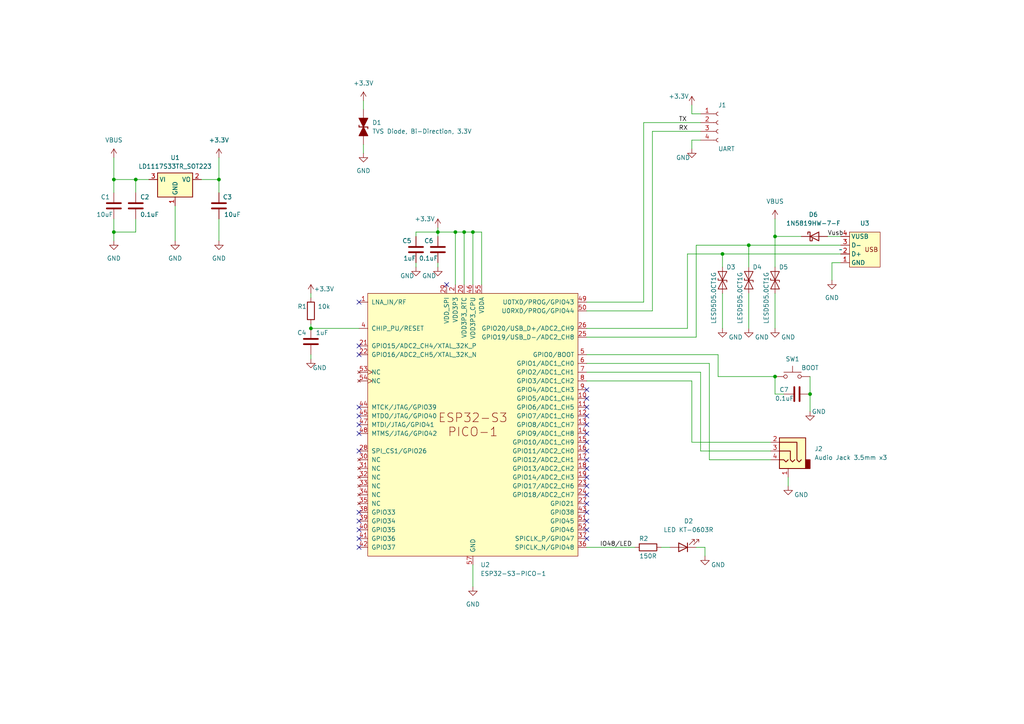
<source format=kicad_sch>
(kicad_sch (version 20230121) (generator eeschema)
  (paper "A4")
  (title_block (title "Moozy Dongle") (date "2023-10-10") (rev "1.0") (company "Author : Laurent Claude - www.Moozy.click") (comment 1 "License : Open Source Hardware - CC BY-SA 4.0"))
  (lib_symbols
    (symbol "1_Laurent_Librairie:PCB_USC-connector"
      (property "Reference" "U3" (at 6.985 -7.62 0))
      (property "Value" "~" (at 0 0 0))
      (symbol "PCB_USC-connector_1_1"
        (rectangle (start 2.54 5.08) (end 11.43 -5.08) (fill (type background)))
        (rectangle (start 8.89 0) (end 8.89 0))
        (text "USB" (at 8.89 0 0) (effects (font (size 1.27 1.27))))
        (pin power_out line (at 0 3.81 0) (length 2.54) (name "GND") (number "1"))
        (pin bidirectional line (at 0 1.27 0) (length 2.54) (name "D+") (number "2"))
        (pin bidirectional line (at 0 -1.27 0) (length 2.54) (name "D-") (number "3"))
        (pin power_out line (at 0 -3.81 0) (length 2.54) (name "VUSB") (number "4"))
      )
    )
    (symbol "1_Moozy:AudioJack3_Ground"
      (property "Reference" "J" (at 0 8.89 0))
      (property "Value" "AudioJack3_Ground" (at 0 6.35 0))
      (symbol "AudioJack3_Ground_0_1"
        (rectangle (start -5.08 -2.54) (end -6.35 -5.08) (stroke (width 0.254)) (fill (type outline)))
        (polyline (pts (xy 0 -2.54) (xy 0.635 -3.175) (xy 1.27 -2.54) (xy 2.54 -2.54)) (stroke (width 0.254)))
        (polyline (pts (xy -1.905 -2.54) (xy -1.27 -3.175) (xy -0.635 -2.54) (xy -0.635 0) (xy 2.54 0)) (stroke (width 0.254)))
        (polyline (pts (xy 2.54 2.54) (xy -2.54 2.54) (xy -2.54 -2.54) (xy -3.175 -3.175) (xy -3.81 -2.54)) (stroke (width 0.254)))
        (rectangle (start 2.54 3.81) (end -5.08 -5.08) (stroke (width 0.254)) (fill (type background)))
      )
      (symbol "AudioJack3_Ground_1_1"
        (pin passive line (at 0 -7.62 90) (length 2.54) (name "~") (number "1"))
        (pin passive line (at 5.08 2.54 180) (length 2.54) (name "~") (number "2"))
        (pin passive line (at 5.08 0 180) (length 2.54) (name "~") (number "3"))
        (pin passive line (at 5.08 -2.54 180) (length 2.54) (name "~") (number "4"))
      )
    )
    (symbol "Connector:Conn_01x04_Socket" (pin_names (offset 1.016) hide)
      (property "Reference" "J" (at 0 5.08 0))
      (property "Value" "Conn_01x04_Socket" (at 0 -7.62 0))
      (symbol "Conn_01x04_Socket_1_1"
        (arc (start 0 -4.572) (mid -0.5058 -5.08) (end 0 -5.588) (stroke (width 0.1524)))
        (arc (start 0 -2.032) (mid -0.5058 -2.54) (end 0 -3.048) (stroke (width 0.1524)))
        (polyline (pts (xy -1.27 -5.08) (xy -0.508 -5.08)) (stroke (width 0.1524)))
        (polyline (pts (xy -1.27 -2.54) (xy -0.508 -2.54)) (stroke (width 0.1524)))
        (polyline (pts (xy -1.27 0) (xy -0.508 0)) (stroke (width 0.1524)))
        (polyline (pts (xy -1.27 2.54) (xy -0.508 2.54)) (stroke (width 0.1524)))
        (arc (start 0 0.508) (mid -0.5058 0) (end 0 -0.508) (stroke (width 0.1524)))
        (arc (start 0 3.048) (mid -0.5058 2.54) (end 0 2.032) (stroke (width 0.1524)))
        (pin passive line (at -5.08 2.54 0) (length 3.81) (name "Pin_1") (number "1"))
        (pin passive line (at -5.08 0 0) (length 3.81) (name "Pin_2") (number "2"))
        (pin passive line (at -5.08 -2.54 0) (length 3.81) (name "Pin_3") (number "3"))
        (pin passive line (at -5.08 -5.08 0) (length 3.81) (name "Pin_4") (number "4"))
      )
    )
    (symbol "Device:C" (pin_numbers hide) (pin_names (offset 0.254))
      (property "Reference" "C" (at 0.635 2.54 0))
      (property "Value" "C" (at 0.635 -2.54 0))
      (symbol "C_0_1"
        (polyline (pts (xy -2.032 -0.762) (xy 2.032 -0.762)) (stroke (width 0.508)))
        (polyline (pts (xy -2.032 0.762) (xy 2.032 0.762)) (stroke (width 0.508)))
      )
      (symbol "C_1_1"
        (pin passive line (at 0 3.81 270) (length 2.794) (name "~") (number "1"))
        (pin passive line (at 0 -3.81 90) (length 2.794) (name "~") (number "2"))
      )
    )
    (symbol "Device:LED" (pin_numbers hide) (pin_names (offset 1.016) hide)
      (property "Reference" "D" (at 0 2.54 0))
      (property "Value" "LED" (at 0 -2.54 0))
      (symbol "LED_0_1"
        (polyline (pts (xy -1.27 -1.27) (xy -1.27 1.27)) (stroke (width 0.254)))
        (polyline (pts (xy -1.27 0) (xy 1.27 0)))
        (polyline (pts (xy 1.27 -1.27) (xy 1.27 1.27) (xy -1.27 0) (xy 1.27 -1.27)) (stroke (width 0.254)))
        (polyline (pts (xy -3.048 -0.762) (xy -4.572 -2.286) (xy -3.81 -2.286) (xy -4.572 -2.286) (xy -4.572 -1.524)))
        (polyline (pts (xy -1.778 -0.762) (xy -3.302 -2.286) (xy -2.54 -2.286) (xy -3.302 -2.286) (xy -3.302 -1.524)))
      )
      (symbol "LED_1_1"
        (pin passive line (at -3.81 0 0) (length 2.54) (name "K") (number "1"))
        (pin passive line (at 3.81 0 180) (length 2.54) (name "A") (number "2"))
      )
    )
    (symbol "Device:R" (pin_numbers hide) (pin_names (offset 0))
      (property "Reference" "R" (at 2.032 0 90))
      (property "Value" "R" (at 0 0 90))
      (symbol "R_0_1"
        (rectangle (start -1.016 -2.54) (end 1.016 2.54) (stroke (width 0.254)))
      )
      (symbol "R_1_1"
        (pin passive line (at 0 3.81 270) (length 1.27) (name "~") (number "1"))
        (pin passive line (at 0 -3.81 90) (length 1.27) (name "~") (number "2"))
      )
    )
    (symbol "Diode:1N5819" (pin_numbers hide) (pin_names (offset 1.016) hide)
      (property "Reference" "D" (at 0 2.54 0))
      (property "Value" "1N5819" (at 0 -2.54 0))
      (symbol "1N5819_0_1"
        (polyline (pts (xy 1.27 0) (xy -1.27 0)))
        (polyline (pts (xy 1.27 1.27) (xy 1.27 -1.27) (xy -1.27 0) (xy 1.27 1.27)) (stroke (width 0.254)))
        (polyline (pts (xy -1.905 0.635) (xy -1.905 1.27) (xy -1.27 1.27) (xy -1.27 -1.27) (xy -0.635 -1.27) (xy -0.635 -0.635)) (stroke (width 0.254)))
      )
      (symbol "1N5819_1_1"
        (pin passive line (at -3.81 0 0) (length 2.54) (name "K") (number "1"))
        (pin passive line (at 3.81 0 180) (length 2.54) (name "A") (number "2"))
      )
    )
    (symbol "Diode:ESD9B5.0ST5G" (pin_numbers hide) (pin_names (offset 1.016) hide)
      (property "Reference" "D" (at 0 2.54 0))
      (property "Value" "ESD9B5.0ST5G" (at 0 -2.54 0))
      (symbol "ESD9B5.0ST5G_0_1"
        (polyline (pts (xy 1.27 0) (xy -1.27 0)))
        (polyline (pts (xy -2.54 -1.27) (xy 0 0) (xy -2.54 1.27) (xy -2.54 -1.27)) (stroke (width 0.2032)))
        (polyline (pts (xy 0.508 1.27) (xy 0 1.27) (xy 0 -1.27) (xy -0.508 -1.27)) (stroke (width 0.2032)))
        (polyline (pts (xy 2.54 1.27) (xy 2.54 -1.27) (xy 0 0) (xy 2.54 1.27)) (stroke (width 0.2032)))
      )
      (symbol "ESD9B5.0ST5G_1_1"
        (pin passive line (at -3.81 0 0) (length 2.54) (name "A1") (number "1"))
        (pin passive line (at 3.81 0 180) (length 2.54) (name "A2") (number "2"))
      )
    )
    (symbol "PCM_Diode_TVS_AKL:D_TVS_Bidirectional_Generic" (pin_numbers hide) (pin_names (offset 1.016) hide)
      (property "Reference" "D" (at 0 5.08 0))
      (property "Value" "D_TVS_Bidirectional_Generic" (at 0 2.54 0))
      (symbol "D_TVS_Bidirectional_Generic_0_1"
        (polyline (pts (xy 0 -1.27) (xy -0.508 -1.27)) (stroke (width 0.254)))
        (polyline (pts (xy 0 1.27) (xy 0 -1.27)) (stroke (width 0.254)))
        (polyline (pts (xy 0 1.27) (xy 0.508 1.27)) (stroke (width 0.254)))
        (polyline (pts (xy 1.27 0) (xy -1.27 0)))
        (polyline (pts (xy 0 0) (xy -2.54 1.27) (xy -2.54 -1.27) (xy 0 0)) (stroke (width 0.254)) (fill (type outline)))
        (polyline (pts (xy 2.54 1.27) (xy 2.54 -1.27) (xy 0 0) (xy 2.54 1.27)) (stroke (width 0.254)) (fill (type outline)))
      )
      (symbol "D_TVS_Bidirectional_Generic_1_1"
        (pin passive line (at -5.08 0 0) (length 2.54) (name "K") (number "1"))
        (pin passive line (at 5.08 0 180) (length 2.54) (name "A") (number "2"))
      )
    )
    (symbol "PCM_Espressif:ESP32-S3-PICO-1" (pin_names (offset 1.016))
      (property "Reference" "U" (at -30.48 43.18 0))
      (property "Value" "ESP32-S3-PICO-1" (at -30.48 40.64 0))
      (symbol "ESP32-S3-PICO-1_0_0"
        (pin bidirectional line (at 33.02 -35.56 180) (length 2.54) (name "SPICLK_N/GPIO48") (number "36"))
        (pin bidirectional line (at 33.02 -33.02 180) (length 2.54) (name "SPICLK_P/GPIO47") (number "37"))
      )
      (symbol "ESP32-S3-PICO-1_0_1"
        (rectangle (start -30.48 38.1) (end 30.48 -38.1) (fill (type background)))
      )
      (symbol "ESP32-S3-PICO-1_1_0"
        (text "ESP32-S3\nPICO-1" (at 0 0 0) (effects (font (size 2.54 2.54))))
      )
      (symbol "ESP32-S3-PICO-1_1_1"
        (pin bidirectional line (at -33.02 35.56 0) (length 2.54) (name "LNA_IN/RF") (number "1"))
        (pin bidirectional line (at 33.02 7.62 180) (length 2.54) (name "GPIO5/ADC1_CH4") (number "10"))
        (pin bidirectional line (at 33.02 5.08 180) (length 2.54) (name "GPIO6/ADC1_CH5") (number "11"))
        (pin bidirectional line (at 33.02 2.54 180) (length 2.54) (name "GPIO7/ADC1_CH6") (number "12"))
        (pin bidirectional line (at 33.02 0 180) (length 2.54) (name "GPIO8/ADC1_CH7") (number "13"))
        (pin bidirectional line (at 33.02 -2.54 180) (length 2.54) (name "GPIO9/ADC1_CH8") (number "14"))
        (pin bidirectional line (at 33.02 -5.08 180) (length 2.54) (name "GPIO10/ADC1_CH9") (number "15"))
        (pin bidirectional line (at 33.02 -7.62 180) (length 2.54) (name "GPIO11/ADC2_CH0") (number "16"))
        (pin bidirectional line (at 33.02 -10.16 180) (length 2.54) (name "GPIO12/ADC2_CH1") (number "17"))
        (pin bidirectional line (at 33.02 -12.7 180) (length 2.54) (name "GPIO13/ADC2_CH2") (number "18"))
        (pin bidirectional line (at 33.02 -15.24 180) (length 2.54) (name "GPIO14/ADC2_CH3") (number "19"))
        (pin power_in line (at -5.08 40.64 270) (length 2.54) (name "VDD3P3") (number "2"))
        (pin power_in line (at -2.54 40.64 270) (length 2.54) (name "VDD3P3_RTC") (number "20"))
        (pin bidirectional line (at -33.02 22.86 0) (length 2.54) (name "GPIO15/ADC2_CH4/XTAL_32K_P") (number "21"))
        (pin bidirectional line (at -33.02 20.32 0) (length 2.54) (name "GPIO16/ADC2_CH5/XTAL_32K_N") (number "22"))
        (pin bidirectional line (at 33.02 -17.78 180) (length 2.54) (name "GPIO17/ADC2_CH6") (number "23"))
        (pin bidirectional line (at 33.02 -20.32 180) (length 2.54) (name "GPIO18/ADC2_CH7") (number "24"))
        (pin bidirectional line (at 33.02 25.4 180) (length 2.54) (name "GPIO19/USB_D-/ADC2_CH8") (number "25"))
        (pin bidirectional line (at 33.02 27.94 180) (length 2.54) (name "GPIO20/USB_D+/ADC2_CH9") (number "26"))
        (pin bidirectional line (at 33.02 -22.86 180) (length 2.54) (name "GPIO21") (number "27"))
        (pin bidirectional line (at -33.02 -7.62 0) (length 2.54) (name "SPI_CS1/GPIO26") (number "28"))
        (pin power_out line (at -7.62 40.64 270) (length 2.54) (name "VDD_SPI") (number "29"))
        (pin power_in line (at -5.08 40.64 270) (length 2.54) hide (name "VDD3P3") (number "3"))
        (pin no_connect line (at -33.02 -10.16 0) (length 2.54) (name "NC") (number "30"))
        (pin no_connect line (at -33.02 -12.7 0) (length 2.54) (name "NC") (number "31"))
        (pin no_connect line (at -33.02 -15.24 0) (length 2.54) (name "NC") (number "32"))
        (pin no_connect line (at -33.02 -17.78 0) (length 2.54) (name "NC") (number "33"))
        (pin no_connect line (at -33.02 -20.32 0) (length 2.54) (name "NC") (number "34"))
        (pin no_connect line (at -33.02 -22.86 0) (length 2.54) (name "NC") (number "35"))
        (pin bidirectional line (at -33.02 -25.4 0) (length 2.54) (name "GPIO33") (number "38"))
        (pin bidirectional line (at -33.02 -27.94 0) (length 2.54) (name "GPIO34") (number "39"))
        (pin input line (at -33.02 27.94 0) (length 2.54) (name "CHIP_PU/RESET") (number "4"))
        (pin bidirectional line (at -33.02 -30.48 0) (length 2.54) (name "GPIO35") (number "40"))
        (pin bidirectional line (at -33.02 -33.02 0) (length 2.54) (name "GPIO36") (number "41"))
        (pin bidirectional line (at -33.02 -35.56 0) (length 2.54) (name "GPIO37") (number "42"))
        (pin bidirectional line (at 33.02 -25.4 180) (length 2.54) (name "GPIO38") (number "43"))
        (pin bidirectional line (at -33.02 5.08 0) (length 2.54) (name "MTCK/JTAG/GPIO39") (number "44"))
        (pin bidirectional line (at -33.02 2.54 0) (length 2.54) (name "MTDO/JTAG/GPIO40") (number "45"))
        (pin power_in line (at 0 40.64 270) (length 2.54) (name "VDD3P3_CPU") (number "46"))
        (pin bidirectional line (at -33.02 0 0) (length 2.54) (name "MTDI/JTAG/GPIO41") (number "47"))
        (pin bidirectional line (at -33.02 -2.54 0) (length 2.54) (name "MTMS/JTAG/GPIO42") (number "48"))
        (pin bidirectional line (at 33.02 35.56 180) (length 2.54) (name "U0TXD/PROG/GPIO43") (number "49"))
        (pin bidirectional line (at 33.02 20.32 180) (length 2.54) (name "GPIO0/BOOT") (number "5"))
        (pin bidirectional line (at 33.02 33.02 180) (length 2.54) (name "U0RXD/PROG/GPIO44") (number "50"))
        (pin bidirectional line (at 33.02 -27.94 180) (length 2.54) (name "GPIO45") (number "51"))
        (pin bidirectional line (at 33.02 -30.48 180) (length 2.54) (name "GPIO46") (number "52"))
        (pin no_connect clock (at -33.02 15.24 0) (length 2.54) (name "NC") (number "53"))
        (pin no_connect clock (at -33.02 12.7 0) (length 2.54) (name "NC") (number "54"))
        (pin power_in line (at 2.54 40.64 270) (length 2.54) (name "VDDA") (number "55"))
        (pin passive line (at 2.54 40.64 270) (length 2.54) hide (name "VDDA") (number "56"))
        (pin power_in line (at 0 -40.64 90) (length 2.54) (name "GND") (number "57"))
        (pin bidirectional line (at 33.02 17.78 180) (length 2.54) (name "GPIO1/ADC1_CH0") (number "6"))
        (pin bidirectional line (at 33.02 15.24 180) (length 2.54) (name "GPIO2/ADC1_CH1") (number "7"))
        (pin bidirectional line (at 33.02 12.7 180) (length 2.54) (name "GPIO3/ADC1_CH2") (number "8"))
        (pin bidirectional line (at 33.02 10.16 180) (length 2.54) (name "GPIO4/ADC1_CH3") (number "9"))
      )
    )
    (symbol "Regulator_Linear:LD1117S33TR_SOT223"
      (property "Reference" "U" (at -3.81 3.175 0))
      (property "Value" "LD1117S33TR_SOT223" (at 0 3.175 0))
      (symbol "LD1117S33TR_SOT223_0_1"
        (rectangle (start -5.08 -5.08) (end 5.08 1.905) (stroke (width 0.254)) (fill (type background)))
      )
      (symbol "LD1117S33TR_SOT223_1_1"
        (pin power_in line (at 0 -7.62 90) (length 2.54) (name "GND") (number "1"))
        (pin power_out line (at 7.62 0 180) (length 2.54) (name "VO") (number "2"))
        (pin power_in line (at -7.62 0 0) (length 2.54) (name "VI") (number "3"))
      )
    )
    (symbol "Switch:SW_Push" (pin_numbers hide) (pin_names (offset 1.016) hide)
      (property "Reference" "SW" (at 1.27 2.54 0))
      (property "Value" "SW_Push" (at 0 -1.524 0))
      (symbol "SW_Push_0_1"
        (circle (center -2.032 0) (radius 0.508))
        (polyline (pts (xy 0 1.27) (xy 0 3.048)))
        (polyline (pts (xy 2.54 1.27) (xy -2.54 1.27)))
        (circle (center 2.032 0) (radius 0.508))
        (pin passive line (at -5.08 0 0) (length 2.54) (name "1") (number "1"))
        (pin passive line (at 5.08 0 180) (length 2.54) (name "2") (number "2"))
      )
    )
    (symbol "power:+3.3V" (power) (pin_names (offset 0))
      (property "Value" "+3.3V" (at 0 3.556 0))
      (symbol "+3.3V_0_1"
        (polyline (pts (xy -0.762 1.27) (xy 0 2.54)))
        (polyline (pts (xy 0 0) (xy 0 2.54)))
        (polyline (pts (xy 0 2.54) (xy 0.762 1.27)))
      )
      (symbol "+3.3V_1_1"
        (pin power_in line (at 0 0 90) (length 0) hide (name "+3.3V") (number "1"))
      )
    )
    (symbol "power:GND" (power) (pin_names (offset 0))
      (property "Value" "GND" (at 0 -3.81 0))
      (symbol "GND_0_1"
        (polyline (pts (xy 0 0) (xy 0 -1.27) (xy 1.27 -1.27) (xy 0 -2.54) (xy -1.27 -1.27) (xy 0 -1.27)))
      )
      (symbol "GND_1_1"
        (pin power_in line (at 0 0 270) (length 0) hide (name "GND") (number "1"))
      )
    )
    (symbol "power:VBUS" (power) (pin_names (offset 0))
      (property "Value" "VBUS" (at 0 3.81 0))
      (symbol "VBUS_0_1"
        (polyline (pts (xy -0.762 1.27) (xy 0 2.54)))
        (polyline (pts (xy 0 0) (xy 0 2.54)))
        (polyline (pts (xy 0 2.54) (xy 0.762 1.27)))
      )
      (symbol "VBUS_1_1"
        (pin power_in line (at 0 0 90) (length 0) hide (name "VBUS") (number "1"))
      )
    )
  )
  (junction (at 132.08 67.31))
  (junction (at 224.79 109.22))
  (junction (at 33.02 52.07))
  (junction (at 90.17 95.25))
  (junction (at 63.5 52.07))
  (junction (at 234.95 114.3))
  (junction (at 209.55 73.66))
  (junction (at 217.17 71.12))
  (junction (at 134.62 67.31))
  (junction (at 39.37 52.07))
  (junction (at 137.16 67.31))
  (junction (at 224.79 68.58))
  (junction (at 127 67.31))
  (junction (at 33.02 67.31))
  (no_connect (at 170.18 128.27))
  (no_connect (at 104.14 151.13))
  (no_connect (at 129.54 82.55))
  (no_connect (at 104.14 156.21))
  (no_connect (at 170.18 125.73))
  (no_connect (at 170.18 153.67))
  (no_connect (at 104.14 123.19))
  (no_connect (at 170.18 143.51))
  (no_connect (at 170.18 120.65))
  (no_connect (at 104.14 130.81))
  (no_connect (at 170.18 140.97))
  (no_connect (at 104.14 102.87))
  (no_connect (at 170.18 133.35))
  (no_connect (at 170.18 135.89))
  (no_connect (at 104.14 120.65))
  (no_connect (at 170.18 138.43))
  (no_connect (at 104.14 153.67))
  (no_connect (at 170.18 113.03))
  (no_connect (at 170.18 130.81))
  (no_connect (at 170.18 151.13))
  (no_connect (at 170.18 146.05))
  (no_connect (at 170.18 148.59))
  (no_connect (at 170.18 123.19))
  (no_connect (at 170.18 118.11))
  (no_connect (at 104.14 158.75))
  (no_connect (at 104.14 148.59))
  (no_connect (at 170.18 156.21))
  (no_connect (at 104.14 125.73))
  (no_connect (at 170.18 115.57))
  (no_connect (at 104.14 87.63))
  (no_connect (at 104.14 118.11))
  (no_connect (at 104.14 100.33))
  (wire (pts (xy 205.74 105.41) (xy 170.18 105.41)))
  (wire (pts (xy 234.95 114.3) (xy 234.95 119.38)))
  (wire (pts (xy 90.17 93.98) (xy 90.17 95.25)))
  (wire (pts (xy 127 67.31) (xy 127 66.04)))
  (wire (pts (xy 200.66 128.27) (xy 223.52 128.27)))
  (wire (pts (xy 127 67.31) (xy 127 68.58)))
  (wire (pts (xy 203.2 107.95) (xy 203.2 130.81)))
  (wire (pts (xy 134.62 67.31) (xy 134.62 82.55)))
  (wire (pts (xy 228.6 138.43) (xy 228.6 140.97)))
  (wire (pts (xy 189.23 38.1) (xy 203.2 38.1)))
  (wire (pts (xy 33.02 45.72) (xy 33.02 52.07)))
  (wire (pts (xy 199.39 73.66) (xy 199.39 95.25)))
  (wire (pts (xy 217.17 85.09) (xy 217.17 95.25)))
  (wire (pts (xy 224.79 68.58) (xy 232.41 68.58)))
  (wire (pts (xy 240.03 68.58) (xy 243.84 68.58)))
  (wire (pts (xy 170.18 158.75) (xy 184.15 158.75)))
  (wire (pts (xy 170.18 90.17) (xy 189.23 90.17)))
  (wire (pts (xy 189.23 90.17) (xy 189.23 38.1)))
  (wire (pts (xy 33.02 52.07) (xy 33.02 55.88)))
  (wire (pts (xy 120.65 67.31) (xy 120.65 68.58)))
  (wire (pts (xy 243.84 76.2) (xy 241.3 76.2)))
  (wire (pts (xy 50.8 59.69) (xy 50.8 69.85)))
  (wire (pts (xy 186.69 35.56) (xy 203.2 35.56)))
  (wire (pts (xy 200.66 33.02) (xy 203.2 33.02)))
  (wire (pts (xy 241.3 76.2) (xy 241.3 81.28)))
  (wire (pts (xy 132.08 67.31) (xy 132.08 82.55)))
  (wire (pts (xy 58.42 52.07) (xy 63.5 52.07)))
  (wire (pts (xy 208.28 102.87) (xy 208.28 109.22)))
  (wire (pts (xy 39.37 52.07) (xy 43.18 52.07)))
  (wire (pts (xy 137.16 67.31) (xy 139.7 67.31)))
  (wire (pts (xy 217.17 71.12) (xy 243.84 71.12)))
  (wire (pts (xy 217.17 71.12) (xy 217.17 77.47)))
  (wire (pts (xy 204.47 161.29) (xy 204.47 158.75)))
  (wire (pts (xy 90.17 95.25) (xy 104.14 95.25)))
  (wire (pts (xy 39.37 55.88) (xy 39.37 52.07)))
  (wire (pts (xy 63.5 45.72) (xy 63.5 52.07)))
  (wire (pts (xy 224.79 68.58) (xy 224.79 77.47)))
  (wire (pts (xy 227.33 114.3) (xy 224.79 114.3)))
  (wire (pts (xy 209.55 73.66) (xy 209.55 77.47)))
  (wire (pts (xy 137.16 163.83) (xy 137.16 170.18)))
  (wire (pts (xy 170.18 97.79) (xy 201.93 97.79)))
  (wire (pts (xy 186.69 87.63) (xy 186.69 35.56)))
  (wire (pts (xy 209.55 73.66) (xy 243.84 73.66)))
  (wire (pts (xy 33.02 67.31) (xy 33.02 69.85)))
  (wire (pts (xy 170.18 87.63) (xy 186.69 87.63)))
  (wire (pts (xy 63.5 63.5) (xy 63.5 69.85)))
  (wire (pts (xy 200.66 40.64) (xy 200.66 43.18)))
  (wire (pts (xy 120.65 67.31) (xy 127 67.31)))
  (wire (pts (xy 105.41 41.91) (xy 105.41 44.45)))
  (wire (pts (xy 224.79 85.09) (xy 224.79 95.25)))
  (wire (pts (xy 134.62 67.31) (xy 137.16 67.31)))
  (wire (pts (xy 39.37 63.5) (xy 39.37 67.31)))
  (wire (pts (xy 201.93 71.12) (xy 201.93 97.79)))
  (wire (pts (xy 209.55 85.09) (xy 209.55 95.25)))
  (wire (pts (xy 90.17 85.09) (xy 90.17 86.36)))
  (wire (pts (xy 201.93 71.12) (xy 217.17 71.12)))
  (wire (pts (xy 170.18 110.49) (xy 200.66 110.49)))
  (wire (pts (xy 137.16 67.31) (xy 137.16 82.55)))
  (wire (pts (xy 234.95 109.22) (xy 234.95 114.3)))
  (wire (pts (xy 224.79 63.5) (xy 224.79 68.58)))
  (wire (pts (xy 139.7 67.31) (xy 139.7 82.55)))
  (wire (pts (xy 205.74 133.35) (xy 223.52 133.35)))
  (wire (pts (xy 120.65 76.2) (xy 120.65 77.47)))
  (wire (pts (xy 127 76.2) (xy 127 77.47)))
  (wire (pts (xy 170.18 95.25) (xy 199.39 95.25)))
  (wire (pts (xy 205.74 105.41) (xy 205.74 133.35)))
  (wire (pts (xy 105.41 29.21) (xy 105.41 31.75)))
  (wire (pts (xy 200.66 30.48) (xy 200.66 33.02)))
  (wire (pts (xy 63.5 52.07) (xy 63.5 55.88)))
  (wire (pts (xy 224.79 109.22) (xy 224.79 114.3)))
  (wire (pts (xy 204.47 158.75) (xy 201.93 158.75)))
  (wire (pts (xy 127 67.31) (xy 132.08 67.31)))
  (wire (pts (xy 170.18 107.95) (xy 203.2 107.95)))
  (wire (pts (xy 200.66 110.49) (xy 200.66 128.27)))
  (wire (pts (xy 199.39 73.66) (xy 209.55 73.66)))
  (wire (pts (xy 170.18 102.87) (xy 208.28 102.87)))
  (wire (pts (xy 132.08 67.31) (xy 134.62 67.31)))
  (wire (pts (xy 39.37 52.07) (xy 33.02 52.07)))
  (wire (pts (xy 33.02 63.5) (xy 33.02 67.31)))
  (wire (pts (xy 203.2 130.81) (xy 223.52 130.81)))
  (wire (pts (xy 191.77 158.75) (xy 194.31 158.75)))
  (wire (pts (xy 90.17 104.14) (xy 90.17 102.87)))
  (wire (pts (xy 203.2 40.64) (xy 200.66 40.64)))
  (wire (pts (xy 208.28 109.22) (xy 224.79 109.22)))
  (wire (pts (xy 39.37 67.31) (xy 33.02 67.31)))
  (label "IO48{slash}LED" (at 173.99 158.75 0))
  (label "Vusb" (at 240.03 68.58 0))
  (label "RX" (at 196.85 38.1 0))
  (label "TX" (at 196.85 35.56 0))
  (symbol (lib_id "power:GND") (at 217.17 95.25 0) (unit 1)
    (property "Reference" "#PWR018" (effects hide))
    (property "Value" "GND" (at 220.98 97.79 0))
  )
  (symbol (lib_id "power:GND") (at 33.02 69.85 0) (unit 1)
    (property "Reference" "#PWR02" (effects hide))
    (property "Value" "GND" (at 33.02 74.93 0))
  )
  (symbol (lib_id "Device:C") (at 90.17 99.06 180) (unit 1)
    (property "Reference" "C4" (at 88.9 96.52 0) (effects (justify left)))
    (property "Value" "1uF" (at 95.25 96.52 0) (effects (justify left)))
    (property "Footprint" "Capacitor_SMD:C_0805_2012Metric_Pad1.18x1.45mm_HandSolder" (effects hide))
  )
  (symbol (lib_id "Diode:ESD9B5.0ST5G") (at 217.17 81.28 270) (unit 1)
    (property "Reference" "D4" (at 220.98 77.47 90) (effects (justify right)))
    (property "Value" "LESD5D5.0CT1G" (at 214.63 93.98 0) (effects (justify right)))
    (property "Footprint" "Diode_SMD:D_SOD-923" (effects hide))
    (property "Datasheet" "https://www.onsemi.com/pub/Collateral/ESD9B-D.PDF" (effects hide))
  )
  (symbol (lib_id "power:+3.3V") (at 63.5 45.72 0) (unit 1)
    (property "Reference" "#PWR04" (effects hide))
    (property "Value" "+3.3V" (at 63.5 40.64 0))
  )
  (symbol (lib_id "PCM_Diode_TVS_AKL:D_TVS_Bidirectional_Generic") (at 105.41 36.83 90) (unit 1)
    (property "Reference" "D1" (at 107.95 35.56 90) (effects (justify right)))
    (property "Value" "TVS Diode, Bi-Direction, 3.3V" (at 107.95 38.1 90) (effects (justify right)))
    (property "Footprint" "Diode_SMD:D_SOD-323_HandSoldering" (effects hide))
  )
  (symbol (lib_id "power:+3.3V") (at 105.41 29.21 0) (unit 1)
    (property "Reference" "#PWR08" (effects hide))
    (property "Value" "+3.3V" (at 105.41 24.13 0))
  )
  (symbol (lib_id "power:GND") (at 209.55 95.25 0) (unit 1)
    (property "Reference" "#PWR017" (effects hide))
    (property "Value" "GND" (at 213.36 97.79 0))
  )
  (symbol (lib_id "Device:C") (at 120.65 72.39 180) (unit 1)
    (property "Reference" "C5" (at 119.38 69.85 0) (effects (justify left)))
    (property "Value" "1uF" (at 120.65 74.93 0) (effects (justify left)))
    (property "Footprint" "Capacitor_SMD:C_0504_1310Metric_Pad0.83x1.28mm_HandSolder" (effects hide))
  )
  (symbol (lib_id "power:GND") (at 137.16 170.18 0) (unit 1)
    (property "Reference" "#PWR013" (effects hide))
    (property "Value" "GND" (at 137.16 175.26 0))
  )
  (symbol (lib_id "power:VBUS") (at 33.02 45.72 0) (unit 1)
    (property "Reference" "#PWR01" (effects hide))
    (property "Value" "VBUS" (at 33.02 40.64 0))
  )
  (symbol (lib_id "power:GND") (at 127 77.47 0) (unit 1)
    (property "Reference" "#PWR012" (effects hide))
    (property "Value" "GND" (at 124.46 80.01 0))
  )
  (symbol (lib_id "Device:C") (at 39.37 59.69 0) (unit 1)
    (property "Reference" "C2" (at 40.64 57.15 0) (effects (justify left)))
    (property "Value" "0.1uF" (at 40.64 62.23 0) (effects (justify left)))
    (property "Footprint" "Capacitor_SMD:C_0805_2012Metric_Pad1.18x1.45mm_HandSolder" (effects hide))
  )
  (symbol (lib_id "power:GND") (at 241.3 81.28 0) (mirror y) (unit 1)
    (property "Reference" "#PWR022" (effects hide))
    (property "Value" "GND" (at 241.3 86.36 0))
  )
  (symbol (lib_id "1_Laurent_Librairie:PCB_USC-connector") (at 243.84 72.39 0) (mirror x) (unit 1)
    (property "Reference" "U3" (at 250.825 64.77 0))
    (property "Value" "~" (at 243.84 72.39 0))
    (property "Footprint" "1_Laurent_Librairie:PCB_USB_Connector" (effects hide))
  )
  (symbol (lib_id "power:+3.3V") (at 200.66 30.48 0) (unit 1)
    (property "Reference" "#PWR014" (effects hide))
    (property "Value" "+3.3V" (at 196.85 27.94 0))
  )
  (symbol (lib_id "Device:C") (at 127 72.39 180) (unit 1)
    (property "Reference" "C6" (at 125.73 69.85 0) (effects (justify left)))
    (property "Value" "0.1uF" (at 127 74.93 0) (effects (justify left)))
    (property "Footprint" "Capacitor_SMD:C_0504_1310Metric_Pad0.83x1.28mm_HandSolder" (effects hide))
  )
  (symbol (lib_id "power:GND") (at 224.79 95.25 0) (unit 1)
    (property "Reference" "#PWR020" (effects hide))
    (property "Value" "GND" (at 228.6 97.79 0))
  )
  (symbol (lib_id "Switch:SW_Push") (at 229.87 109.22 0) (unit 1)
    (property "Reference" "SW1" (at 229.87 104.14 0))
    (property "Value" "BOOT" (at 234.95 106.68 0))
    (property "Footprint" "Button_Switch_SMD:SW_SPST_B3U-1000P" (effects hide))
    (property "JLCPCB Part" "C231329" (effects hide))
  )
  (symbol (lib_id "Diode:1N5819") (at 236.22 68.58 0) (unit 1)
    (property "Reference" "D6" (at 235.9025 62.23 0))
    (property "Value" "1N5819HW-7-F" (at 235.9025 64.77 0))
    (property "Footprint" "Diode_SMD:D_SOD-123" (effects hide))
    (property "Datasheet" "http://www.vishay.com/docs/88525/1n5817.pdf" (effects hide))
  )
  (symbol (lib_id "power:GND") (at 105.41 44.45 0) (unit 1)
    (property "Reference" "#PWR09" (effects hide))
    (property "Value" "GND" (at 105.41 49.53 0))
  )
  (symbol (lib_id "Device:C") (at 33.02 59.69 0) (unit 1)
    (property "Reference" "C1" (at 29.21 57.15 0) (effects (justify left)))
    (property "Value" "10uF" (at 27.94 62.23 0) (effects (justify left)))
    (property "Footprint" "Capacitor_SMD:C_0805_2012Metric_Pad1.18x1.45mm_HandSolder" (effects hide))
  )
  (symbol (lib_id "Diode:ESD9B5.0ST5G") (at 209.55 81.28 270) (unit 1)
    (property "Reference" "D3" (at 213.36 77.47 90) (effects (justify right)))
    (property "Value" "LESD5D5.0CT1G" (at 207.01 93.98 0) (effects (justify right)))
    (property "Footprint" "Diode_SMD:D_SOD-923" (effects hide))
    (property "Datasheet" "https://www.onsemi.com/pub/Collateral/ESD9B-D.PDF" (effects hide))
  )
  (symbol (lib_id "power:GND") (at 228.6 140.97 0) (unit 1)
    (property "Reference" "#PWR021" (effects hide))
    (property "Value" "GND" (at 232.41 143.51 0))
  )
  (symbol (lib_id "Diode:ESD9B5.0ST5G") (at 224.79 81.28 270) (unit 1)
    (property "Reference" "D5" (at 228.6 77.47 90) (effects (justify right)))
    (property "Value" "LESD5D5.0CT1G" (at 222.25 93.98 0) (effects (justify right)))
    (property "Footprint" "Diode_SMD:D_SOD-923" (effects hide))
    (property "Datasheet" "https://www.onsemi.com/pub/Collateral/ESD9B-D.PDF" (effects hide))
  )
  (symbol (lib_id "Device:C") (at 231.14 114.3 270) (unit 1)
    (property "Reference" "C7" (at 226.06 113.03 90) (effects (justify left)))
    (property "Value" "0.1uF" (at 224.79 115.57 90) (effects (justify left)))
    (property "Footprint" "Capacitor_SMD:C_0805_2012Metric_Pad1.18x1.45mm_HandSolder" (effects hide))
  )
  (symbol (lib_id "power:VBUS") (at 224.79 63.5 0) (unit 1)
    (property "Reference" "#PWR019" (effects hide))
    (property "Value" "VBUS" (at 224.79 58.42 0))
  )
  (symbol (lib_id "power:+3.3V") (at 127 66.04 0) (unit 1)
    (property "Reference" "#PWR011" (effects hide))
    (property "Value" "+3.3V" (at 123.19 63.5 0))
  )
  (symbol (lib_id "power:+3.3V") (at 90.17 85.09 0) (unit 1)
    (property "Reference" "#PWR06" (effects hide))
    (property "Value" "+3.3V" (at 93.98 83.82 0))
  )
  (symbol (lib_id "Regulator_Linear:LD1117S33TR_SOT223") (at 50.8 52.07 0) (unit 1)
    (property "Reference" "U1" (at 50.8 45.72 0))
    (property "Value" "LD1117S33TR_SOT223" (at 50.8 48.26 0))
    (property "Footprint" "Package_TO_SOT_SMD:SOT-223-3_TabPin2" (effects hide))
    (property "Datasheet" "http://www.st.com/st-web-ui/static/active/en/resource/technical/document/datasheet/CD00000544.pdf" (effects hide))
  )
  (symbol (lib_id "Device:R") (at 90.17 90.17 0) (unit 1)
    (property "Reference" "R1" (at 87.63 88.9 0))
    (property "Value" "10k" (at 93.98 88.9 0))
    (property "Footprint" "Resistor_SMD:R_0805_2012Metric_Pad1.20x1.40mm_HandSolder" (effects hide))
  )
  (symbol (lib_id "Connector:Conn_01x04_Socket") (at 208.28 35.56 0) (unit 1) (in_bom no)
    (property "Reference" "J1" (at 208.28 30.48 0) (effects (justify left)))
    (property "Value" "UART" (at 208.28 43.18 0) (effects (justify left)))
    (property "Footprint" "Connector_PinHeader_1.27mm:PinHeader_1x04_P1.27mm_Vertical" (effects hide))
  )
  (symbol (lib_id "Device:R") (at 187.96 158.75 90) (unit 1)
    (property "Reference" "R2" (at 186.69 156.21 90))
    (property "Value" "150R" (at 187.96 161.29 90))
    (property "Footprint" "Resistor_SMD:R_0805_2012Metric_Pad1.20x1.40mm_HandSolder" (effects hide))
  )
  (symbol (lib_id "PCM_Espressif:ESP32-S3-PICO-1") (at 137.16 123.19 0) (unit 1)
    (property "Reference" "U2" (at 139.3541 163.83 0) (effects (justify left)))
    (property "Value" "ESP32-S3-PICO-1" (at 139.3541 166.37 0) (effects (justify left)))
    (property "Footprint" "Package_DFN_QFN:QFN-56-1EP_7x7mm_P0.4mm_EP4x4mm" (effects hide))
    (property "Datasheet" "https://www.espressif.com/sites/default/files/documentation/esp32-s3_datasheet_en.pdf" (effects hide))
  )
  (symbol (lib_id "power:GND") (at 63.5 69.85 0) (unit 1)
    (property "Reference" "#PWR05" (effects hide))
    (property "Value" "GND" (at 63.5 74.93 0))
  )
  (symbol (lib_id "power:GND") (at 120.65 77.47 0) (unit 1)
    (property "Reference" "#PWR010" (effects hide))
    (property "Value" "GND" (at 118.11 80.01 0))
  )
  (symbol (lib_id "power:GND") (at 204.47 161.29 0) (unit 1)
    (property "Reference" "#PWR016" (effects hide))
    (property "Value" "GND" (at 208.28 163.83 0))
  )
  (symbol (lib_id "Device:C") (at 63.5 59.69 180) (unit 1)
    (property "Reference" "C3" (at 67.31 57.15 0) (effects (justify left)))
    (property "Value" "10uF" (at 69.85 62.23 0) (effects (justify left)))
    (property "Footprint" "Capacitor_SMD:C_0805_2012Metric_Pad1.18x1.45mm_HandSolder" (effects hide))
  )
  (symbol (lib_id "power:GND") (at 200.66 43.18 0) (unit 1)
    (property "Reference" "#PWR015" (effects hide))
    (property "Value" "GND" (at 198.12 45.72 0))
  )
  (symbol (lib_id "power:GND") (at 90.17 104.14 0) (unit 1)
    (property "Reference" "#PWR07" (effects hide))
    (property "Value" "GND" (at 92.71 106.68 0))
  )
  (symbol (lib_id "power:GND") (at 234.95 119.38 0) (unit 1)
    (property "Reference" "#PWR023" (effects hide))
    (property "Value" "GND" (at 237.49 119.38 0))
  )
  (symbol (lib_id "Device:LED") (at 198.12 158.75 180) (unit 1)
    (property "Reference" "D2" (at 199.7075 151.13 0))
    (property "Value" "LED KT-0603R" (at 199.7075 153.67 0))
    (property "Footprint" "LED_SMD:LED_0201_0603Metric" (effects hide))
  )
  (symbol (lib_id "1_Moozy:AudioJack3_Ground") (at 228.6 130.81 0) (mirror y) (unit 1) (in_bom no) (on_board no)
    (property "Reference" "J2" (at 236.22 130.175 0) (effects (justify right)))
    (property "Value" "Audio Jack 3.5mm x3" (at 236.22 132.715 0) (effects (justify right)))
    (property "Footprint" "1_Librairie_Moozy:Jack_3.5mm_PJ320D_Horizontal" (effects hide))
  )
  (symbol (lib_id "power:GND") (at 50.8 69.85 0) (unit 1)
    (property "Reference" "#PWR03" (effects hide))
    (property "Value" "GND" (at 50.8 74.93 0))
  )
)
</source>
